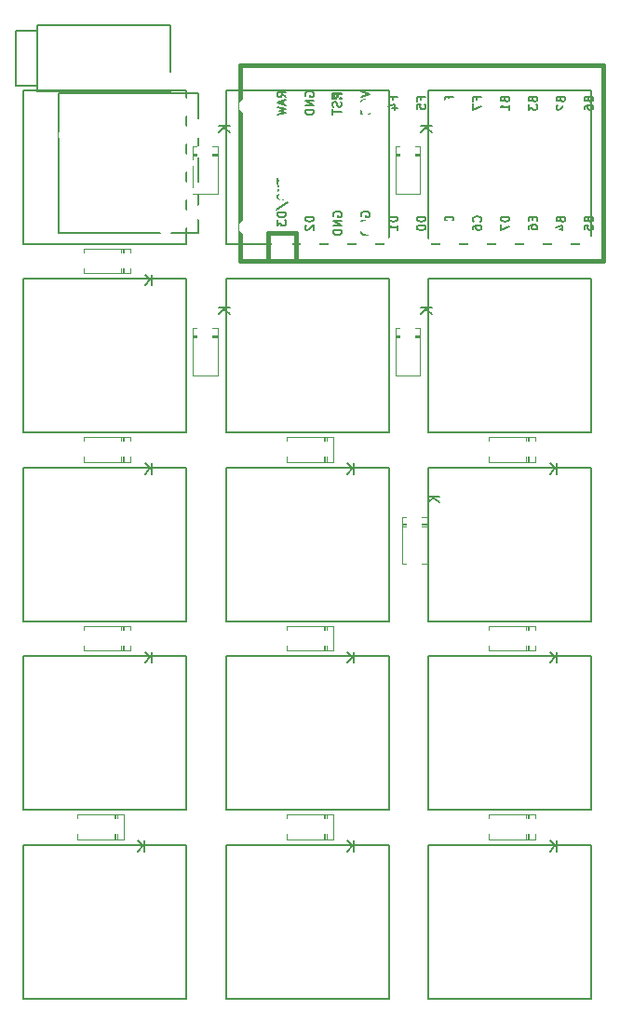
<source format=gbo>
G04 #@! TF.GenerationSoftware,KiCad,Pcbnew,5.1.0*
G04 #@! TF.CreationDate,2019-04-04T12:50:07+09:00*
G04 #@! TF.ProjectId,pg1425-namecard-ver1,70673134-3235-42d6-9e61-6d6563617264,rev?*
G04 #@! TF.SameCoordinates,Original*
G04 #@! TF.FileFunction,Legend,Bot*
G04 #@! TF.FilePolarity,Positive*
%FSLAX46Y46*%
G04 Gerber Fmt 4.6, Leading zero omitted, Abs format (unit mm)*
G04 Created by KiCad (PCBNEW 5.1.0) date 2019-04-04 12:50:07*
%MOMM*%
%LPD*%
G04 APERTURE LIST*
%ADD10C,0.150000*%
%ADD11C,0.120000*%
%ADD12C,0.381000*%
%ADD13C,1.702000*%
%ADD14C,1.402000*%
%ADD15O,5.202000X4.202000*%
%ADD16O,2.102000X4.202000*%
%ADD17O,0.402000X4.202000*%
%ADD18O,5.202000X0.402000*%
%ADD19O,1.702000X1.702000*%
%ADD20O,2.402000X1.602000*%
%ADD21C,1.302000*%
%ADD22R,1.102000X1.402000*%
%ADD23R,1.702000X1.702000*%
%ADD24R,1.402000X1.102000*%
%ADD25C,1.854600*%
%ADD26R,1.854600X1.854600*%
G04 APERTURE END LIST*
D10*
X50159992Y-101339836D02*
X64959992Y-101339836D01*
X64959992Y-87339836D02*
X50159992Y-87339836D01*
X50159992Y-87339836D02*
X50159992Y-101339836D01*
X64959992Y-101339836D02*
X64959992Y-87339836D01*
X31744992Y-101339836D02*
X46544992Y-101339836D01*
X46544992Y-87339836D02*
X31744992Y-87339836D01*
X31744992Y-87339836D02*
X31744992Y-101339836D01*
X46544992Y-101339836D02*
X46544992Y-87339836D01*
X13329992Y-101339836D02*
X28129992Y-101339836D01*
X28129992Y-87339836D02*
X13329992Y-87339836D01*
X13329992Y-87339836D02*
X13329992Y-101339836D01*
X28129992Y-101339836D02*
X28129992Y-87339836D01*
X50159992Y-84194836D02*
X64959992Y-84194836D01*
X64959992Y-70194836D02*
X50159992Y-70194836D01*
X50159992Y-70194836D02*
X50159992Y-84194836D01*
X64959992Y-84194836D02*
X64959992Y-70194836D01*
X31744992Y-84194836D02*
X46544992Y-84194836D01*
X46544992Y-70194836D02*
X31744992Y-70194836D01*
X31744992Y-70194836D02*
X31744992Y-84194836D01*
X46544992Y-84194836D02*
X46544992Y-70194836D01*
X13329992Y-84194836D02*
X28129992Y-84194836D01*
X28129992Y-70194836D02*
X13329992Y-70194836D01*
X13329992Y-70194836D02*
X13329992Y-84194836D01*
X28129992Y-84194836D02*
X28129992Y-70194836D01*
X50159992Y-67049836D02*
X64959992Y-67049836D01*
X64959992Y-53049836D02*
X50159992Y-53049836D01*
X50159992Y-53049836D02*
X50159992Y-67049836D01*
X64959992Y-67049836D02*
X64959992Y-53049836D01*
X31744992Y-67049836D02*
X46544992Y-67049836D01*
X46544992Y-53049836D02*
X31744992Y-53049836D01*
X31744992Y-53049836D02*
X31744992Y-67049836D01*
X46544992Y-67049836D02*
X46544992Y-53049836D01*
X13329992Y-67049836D02*
X28129992Y-67049836D01*
X28129992Y-53049836D02*
X13329992Y-53049836D01*
X13329992Y-53049836D02*
X13329992Y-67049836D01*
X28129992Y-67049836D02*
X28129992Y-53049836D01*
X50159992Y-49904836D02*
X64959992Y-49904836D01*
X64959992Y-35904836D02*
X50159992Y-35904836D01*
X50159992Y-35904836D02*
X50159992Y-49904836D01*
X64959992Y-49904836D02*
X64959992Y-35904836D01*
X31744992Y-49904836D02*
X46544992Y-49904836D01*
X46544992Y-35904836D02*
X31744992Y-35904836D01*
X31744992Y-35904836D02*
X31744992Y-49904836D01*
X46544992Y-49904836D02*
X46544992Y-35904836D01*
X13329992Y-49904836D02*
X28129992Y-49904836D01*
X28129992Y-35904836D02*
X13329992Y-35904836D01*
X13329992Y-35904836D02*
X13329992Y-49904836D01*
X28129992Y-49904836D02*
X28129992Y-35904836D01*
X50159992Y-32759836D02*
X64959992Y-32759836D01*
X64959992Y-18759836D02*
X50159992Y-18759836D01*
X50159992Y-18759836D02*
X50159992Y-32759836D01*
X64959992Y-32759836D02*
X64959992Y-18759836D01*
X31744992Y-32759836D02*
X46544992Y-32759836D01*
X46544992Y-18759836D02*
X31744992Y-18759836D01*
X31744992Y-18759836D02*
X31744992Y-32759836D01*
X46544992Y-32759836D02*
X46544992Y-18759836D01*
X13329992Y-32759836D02*
X28129992Y-32759836D01*
X28129992Y-18759836D02*
X13329992Y-18759836D01*
X13329992Y-18759836D02*
X13329992Y-32759836D01*
X28129992Y-32759836D02*
X28129992Y-18759836D01*
X29210000Y-19050000D02*
X16510000Y-19050000D01*
X29210000Y-31750000D02*
X29210000Y-19050000D01*
X16510000Y-31750000D02*
X29210000Y-31750000D01*
X16510000Y-19050000D02*
X16510000Y-31750000D01*
X26705000Y-12875000D02*
X14605000Y-12875000D01*
X26705000Y-18875000D02*
X26705000Y-12875000D01*
X14605000Y-18875000D02*
X26705000Y-18875000D01*
X14605000Y-12875000D02*
X14605000Y-18875000D01*
X14605000Y-13375000D02*
X12605000Y-13375000D01*
X12605000Y-13375000D02*
X12605000Y-18375000D01*
X12605000Y-18375000D02*
X14605000Y-18375000D01*
D11*
X59305000Y-84605300D02*
X59305000Y-86845300D01*
X59905000Y-84605300D02*
X59905000Y-86845300D01*
X59185000Y-84605300D02*
X59185000Y-86845300D01*
X59065000Y-84605300D02*
X59065000Y-86845300D01*
X59905000Y-86845300D02*
X55665000Y-86845300D01*
X55665000Y-84605300D02*
X59905000Y-84605300D01*
X55665000Y-86845300D02*
X55665000Y-84605300D01*
X40890000Y-84605300D02*
X40890000Y-86845300D01*
X41490000Y-84605300D02*
X41490000Y-86845300D01*
X40770000Y-84605300D02*
X40770000Y-86845300D01*
X40650000Y-84605300D02*
X40650000Y-86845300D01*
X41490000Y-86845300D02*
X37250000Y-86845300D01*
X37250000Y-84605300D02*
X41490000Y-84605300D01*
X37250000Y-86845300D02*
X37250000Y-84605300D01*
X21840000Y-84605300D02*
X21840000Y-86845300D01*
X22440000Y-84605300D02*
X22440000Y-86845300D01*
X21720000Y-84605300D02*
X21720000Y-86845300D01*
X21600000Y-84605300D02*
X21600000Y-86845300D01*
X22440000Y-86845300D02*
X18200000Y-86845300D01*
X18200000Y-84605300D02*
X22440000Y-84605300D01*
X18200000Y-86845300D02*
X18200000Y-84605300D01*
X59305000Y-67460300D02*
X59305000Y-69700300D01*
X59905000Y-67460300D02*
X59905000Y-69700300D01*
X59185000Y-67460300D02*
X59185000Y-69700300D01*
X59065000Y-67460300D02*
X59065000Y-69700300D01*
X59905000Y-69700300D02*
X55665000Y-69700300D01*
X55665000Y-67460300D02*
X59905000Y-67460300D01*
X55665000Y-69700300D02*
X55665000Y-67460300D01*
X40890000Y-67460300D02*
X40890000Y-69700300D01*
X41490000Y-67460300D02*
X41490000Y-69700300D01*
X40770000Y-67460300D02*
X40770000Y-69700300D01*
X40650000Y-67460300D02*
X40650000Y-69700300D01*
X41490000Y-69700300D02*
X37250000Y-69700300D01*
X37250000Y-67460300D02*
X41490000Y-67460300D01*
X37250000Y-69700300D02*
X37250000Y-67460300D01*
X22475000Y-67460300D02*
X22475000Y-69700300D01*
X23075000Y-67460300D02*
X23075000Y-69700300D01*
X22355000Y-67460300D02*
X22355000Y-69700300D01*
X22235000Y-67460300D02*
X22235000Y-69700300D01*
X23075000Y-69700300D02*
X18835000Y-69700300D01*
X18835000Y-67460300D02*
X23075000Y-67460300D01*
X18835000Y-69700300D02*
X18835000Y-67460300D01*
X47775300Y-58170000D02*
X50015300Y-58170000D01*
X47775300Y-57570000D02*
X50015300Y-57570000D01*
X47775300Y-58290000D02*
X50015300Y-58290000D01*
X47775300Y-58410000D02*
X50015300Y-58410000D01*
X50015300Y-57570000D02*
X50015300Y-61810000D01*
X47775300Y-61810000D02*
X47775300Y-57570000D01*
X50015300Y-61810000D02*
X47775300Y-61810000D01*
X40890000Y-50315300D02*
X40890000Y-52555300D01*
X41490000Y-50315300D02*
X41490000Y-52555300D01*
X40770000Y-50315300D02*
X40770000Y-52555300D01*
X40650000Y-50315300D02*
X40650000Y-52555300D01*
X41490000Y-52555300D02*
X37250000Y-52555300D01*
X37250000Y-50315300D02*
X41490000Y-50315300D01*
X37250000Y-52555300D02*
X37250000Y-50315300D01*
X22475000Y-50315300D02*
X22475000Y-52555300D01*
X23075000Y-50315300D02*
X23075000Y-52555300D01*
X22355000Y-50315300D02*
X22355000Y-52555300D01*
X22235000Y-50315300D02*
X22235000Y-52555300D01*
X23075000Y-52555300D02*
X18835000Y-52555300D01*
X18835000Y-50315300D02*
X23075000Y-50315300D01*
X18835000Y-52555300D02*
X18835000Y-50315300D01*
X59305000Y-50315300D02*
X59305000Y-52555300D01*
X59905000Y-50315300D02*
X59905000Y-52555300D01*
X59185000Y-50315300D02*
X59185000Y-52555300D01*
X59065000Y-50315300D02*
X59065000Y-52555300D01*
X59905000Y-52555300D02*
X55665000Y-52555300D01*
X55665000Y-50315300D02*
X59905000Y-50315300D01*
X55665000Y-52555300D02*
X55665000Y-50315300D01*
X47140300Y-41025000D02*
X49380300Y-41025000D01*
X47140300Y-40425000D02*
X49380300Y-40425000D01*
X47140300Y-41145000D02*
X49380300Y-41145000D01*
X47140300Y-41265000D02*
X49380300Y-41265000D01*
X49380300Y-40425000D02*
X49380300Y-44665000D01*
X47140300Y-44665000D02*
X47140300Y-40425000D01*
X49380300Y-44665000D02*
X47140300Y-44665000D01*
X28725300Y-41025000D02*
X30965300Y-41025000D01*
X28725300Y-40425000D02*
X30965300Y-40425000D01*
X28725300Y-41145000D02*
X30965300Y-41145000D01*
X28725300Y-41265000D02*
X30965300Y-41265000D01*
X30965300Y-40425000D02*
X30965300Y-44665000D01*
X28725300Y-44665000D02*
X28725300Y-40425000D01*
X30965300Y-44665000D02*
X28725300Y-44665000D01*
X47140300Y-24515000D02*
X49380300Y-24515000D01*
X47140300Y-23915000D02*
X49380300Y-23915000D01*
X47140300Y-24635000D02*
X49380300Y-24635000D01*
X47140300Y-24755000D02*
X49380300Y-24755000D01*
X49380300Y-23915000D02*
X49380300Y-28155000D01*
X47140300Y-28155000D02*
X47140300Y-23915000D01*
X49380300Y-28155000D02*
X47140300Y-28155000D01*
X28725300Y-24515000D02*
X30965300Y-24515000D01*
X28725300Y-23915000D02*
X30965300Y-23915000D01*
X28725300Y-24635000D02*
X30965300Y-24635000D01*
X28725300Y-24755000D02*
X30965300Y-24755000D01*
X30965300Y-23915000D02*
X30965300Y-28155000D01*
X28725300Y-28155000D02*
X28725300Y-23915000D01*
X30965300Y-28155000D02*
X28725300Y-28155000D01*
X22475000Y-33170300D02*
X22475000Y-35410300D01*
X23075000Y-33170300D02*
X23075000Y-35410300D01*
X22355000Y-33170300D02*
X22355000Y-35410300D01*
X22235000Y-33170300D02*
X22235000Y-35410300D01*
X23075000Y-35410300D02*
X18835000Y-35410300D01*
X18835000Y-33170300D02*
X23075000Y-33170300D01*
X18835000Y-35410300D02*
X18835000Y-33170300D01*
D12*
X35560000Y-31750000D02*
X35560000Y-34290000D01*
X33020000Y-16510000D02*
X33020000Y-34290000D01*
X33020000Y-34290000D02*
X66040000Y-34290000D01*
X66040000Y-34290000D02*
X66040000Y-16510000D01*
X66040000Y-16510000D02*
X33020000Y-16510000D01*
D10*
G36*
X41449030Y-19555365D02*
G01*
X41549030Y-19555365D01*
X41549030Y-19055365D01*
X41449030Y-19055365D01*
X41449030Y-19555365D01*
G37*
X41449030Y-19555365D02*
X41549030Y-19555365D01*
X41549030Y-19055365D01*
X41449030Y-19055365D01*
X41449030Y-19555365D01*
G36*
X41449030Y-19555365D02*
G01*
X41749030Y-19555365D01*
X41749030Y-19455365D01*
X41449030Y-19455365D01*
X41449030Y-19555365D01*
G37*
X41449030Y-19555365D02*
X41749030Y-19555365D01*
X41749030Y-19455365D01*
X41449030Y-19455365D01*
X41449030Y-19555365D01*
G36*
X42049030Y-19555365D02*
G01*
X42249030Y-19555365D01*
X42249030Y-19455365D01*
X42049030Y-19455365D01*
X42049030Y-19555365D01*
G37*
X42049030Y-19555365D02*
X42249030Y-19555365D01*
X42249030Y-19455365D01*
X42049030Y-19455365D01*
X42049030Y-19555365D01*
G36*
X41449030Y-19155365D02*
G01*
X42249030Y-19155365D01*
X42249030Y-19055365D01*
X41449030Y-19055365D01*
X41449030Y-19155365D01*
G37*
X41449030Y-19155365D02*
X42249030Y-19155365D01*
X42249030Y-19055365D01*
X41449030Y-19055365D01*
X41449030Y-19155365D01*
G36*
X41849030Y-19355365D02*
G01*
X41949030Y-19355365D01*
X41949030Y-19255365D01*
X41849030Y-19255365D01*
X41849030Y-19355365D01*
G37*
X41849030Y-19355365D02*
X41949030Y-19355365D01*
X41949030Y-19255365D01*
X41849030Y-19255365D01*
X41849030Y-19355365D01*
D12*
X35560000Y-31750000D02*
X38100000Y-31750000D01*
X38100000Y-31750000D02*
X38100000Y-34290000D01*
D10*
X61793404Y-87955380D02*
X61793404Y-86955380D01*
X61221976Y-87955380D02*
X61650547Y-87383952D01*
X61221976Y-86955380D02*
X61793404Y-87526809D01*
X43378404Y-87955380D02*
X43378404Y-86955380D01*
X42806976Y-87955380D02*
X43235547Y-87383952D01*
X42806976Y-86955380D02*
X43378404Y-87526809D01*
X24328404Y-87955380D02*
X24328404Y-86955380D01*
X23756976Y-87955380D02*
X24185547Y-87383952D01*
X23756976Y-86955380D02*
X24328404Y-87526809D01*
X61793404Y-70810380D02*
X61793404Y-69810380D01*
X61221976Y-70810380D02*
X61650547Y-70238952D01*
X61221976Y-69810380D02*
X61793404Y-70381809D01*
X43378404Y-70810380D02*
X43378404Y-69810380D01*
X42806976Y-70810380D02*
X43235547Y-70238952D01*
X42806976Y-69810380D02*
X43378404Y-70381809D01*
X24963404Y-70810380D02*
X24963404Y-69810380D01*
X24391976Y-70810380D02*
X24820547Y-70238952D01*
X24391976Y-69810380D02*
X24963404Y-70381809D01*
X51125380Y-55681595D02*
X50125380Y-55681595D01*
X51125380Y-56253023D02*
X50553952Y-55824452D01*
X50125380Y-56253023D02*
X50696809Y-55681595D01*
X43378404Y-53665380D02*
X43378404Y-52665380D01*
X42806976Y-53665380D02*
X43235547Y-53093952D01*
X42806976Y-52665380D02*
X43378404Y-53236809D01*
X24963404Y-53665380D02*
X24963404Y-52665380D01*
X24391976Y-53665380D02*
X24820547Y-53093952D01*
X24391976Y-52665380D02*
X24963404Y-53236809D01*
X61793404Y-53665380D02*
X61793404Y-52665380D01*
X61221976Y-53665380D02*
X61650547Y-53093952D01*
X61221976Y-52665380D02*
X61793404Y-53236809D01*
X50490380Y-38536595D02*
X49490380Y-38536595D01*
X50490380Y-39108023D02*
X49918952Y-38679452D01*
X49490380Y-39108023D02*
X50061809Y-38536595D01*
X32075380Y-38536595D02*
X31075380Y-38536595D01*
X32075380Y-39108023D02*
X31503952Y-38679452D01*
X31075380Y-39108023D02*
X31646809Y-38536595D01*
X50490380Y-22026595D02*
X49490380Y-22026595D01*
X50490380Y-22598023D02*
X49918952Y-22169452D01*
X49490380Y-22598023D02*
X50061809Y-22026595D01*
X32075380Y-22026595D02*
X31075380Y-22026595D01*
X32075380Y-22598023D02*
X31503952Y-22169452D01*
X31075380Y-22598023D02*
X31646809Y-22026595D01*
X24963404Y-36520380D02*
X24963404Y-35520380D01*
X24391976Y-36520380D02*
X24820547Y-35948952D01*
X24391976Y-35520380D02*
X24963404Y-36091809D01*
X42213809Y-19826666D02*
X42251904Y-19940952D01*
X42251904Y-20131428D01*
X42213809Y-20207619D01*
X42175714Y-20245714D01*
X42099523Y-20283809D01*
X42023333Y-20283809D01*
X41947142Y-20245714D01*
X41909047Y-20207619D01*
X41870952Y-20131428D01*
X41832857Y-19979047D01*
X41794761Y-19902857D01*
X41756666Y-19864761D01*
X41680476Y-19826666D01*
X41604285Y-19826666D01*
X41528095Y-19864761D01*
X41490000Y-19902857D01*
X41451904Y-19979047D01*
X41451904Y-20169523D01*
X41490000Y-20283809D01*
X41451904Y-20512380D02*
X41451904Y-20969523D01*
X42251904Y-20740952D02*
X41451904Y-20740952D01*
X36391904Y-26781395D02*
X36391904Y-27238538D01*
X37191904Y-27009967D02*
X36391904Y-27009967D01*
X36391904Y-27429014D02*
X37191904Y-27962348D01*
X36391904Y-27962348D02*
X37191904Y-27429014D01*
X36391904Y-28419491D02*
X36391904Y-28495681D01*
X36430000Y-28571872D01*
X36468095Y-28609967D01*
X36544285Y-28648062D01*
X36696666Y-28686157D01*
X36887142Y-28686157D01*
X37039523Y-28648062D01*
X37115714Y-28609967D01*
X37153809Y-28571872D01*
X37191904Y-28495681D01*
X37191904Y-28419491D01*
X37153809Y-28343300D01*
X37115714Y-28305205D01*
X37039523Y-28267110D01*
X36887142Y-28229014D01*
X36696666Y-28229014D01*
X36544285Y-28267110D01*
X36468095Y-28305205D01*
X36430000Y-28343300D01*
X36391904Y-28419491D01*
X36353809Y-29600443D02*
X37382380Y-28914729D01*
X37191904Y-29867110D02*
X36391904Y-29867110D01*
X36391904Y-30057586D01*
X36430000Y-30171872D01*
X36506190Y-30248062D01*
X36582380Y-30286157D01*
X36734761Y-30324252D01*
X36849047Y-30324252D01*
X37001428Y-30286157D01*
X37077619Y-30248062D01*
X37153809Y-30171872D01*
X37191904Y-30057586D01*
X37191904Y-29867110D01*
X36391904Y-30590919D02*
X36391904Y-31086157D01*
X36696666Y-30819491D01*
X36696666Y-30933776D01*
X36734761Y-31009967D01*
X36772857Y-31048062D01*
X36849047Y-31086157D01*
X37039523Y-31086157D01*
X37115714Y-31048062D01*
X37153809Y-31009967D01*
X37191904Y-30933776D01*
X37191904Y-30705205D01*
X37153809Y-30629014D01*
X37115714Y-30590919D01*
X62172857Y-19615190D02*
X62210952Y-19729476D01*
X62249047Y-19767571D01*
X62325238Y-19805666D01*
X62439523Y-19805666D01*
X62515714Y-19767571D01*
X62553809Y-19729476D01*
X62591904Y-19653285D01*
X62591904Y-19348523D01*
X61791904Y-19348523D01*
X61791904Y-19615190D01*
X61830000Y-19691380D01*
X61868095Y-19729476D01*
X61944285Y-19767571D01*
X62020476Y-19767571D01*
X62096666Y-19729476D01*
X62134761Y-19691380D01*
X62172857Y-19615190D01*
X62172857Y-19348523D01*
X61868095Y-20110428D02*
X61830000Y-20148523D01*
X61791904Y-20224714D01*
X61791904Y-20415190D01*
X61830000Y-20491380D01*
X61868095Y-20529476D01*
X61944285Y-20567571D01*
X62020476Y-20567571D01*
X62134761Y-20529476D01*
X62591904Y-20072333D01*
X62591904Y-20567571D01*
X54552857Y-19672333D02*
X54552857Y-19405666D01*
X54971904Y-19405666D02*
X54171904Y-19405666D01*
X54171904Y-19786619D01*
X54171904Y-20015190D02*
X54171904Y-20548523D01*
X54971904Y-20205666D01*
X52012857Y-19672333D02*
X52012857Y-19405666D01*
X52431904Y-19405666D02*
X51631904Y-19405666D01*
X51631904Y-19786619D01*
X51631904Y-20434238D02*
X51631904Y-20281857D01*
X51670000Y-20205666D01*
X51708095Y-20167571D01*
X51822380Y-20091380D01*
X51974761Y-20053285D01*
X52279523Y-20053285D01*
X52355714Y-20091380D01*
X52393809Y-20129476D01*
X52431904Y-20205666D01*
X52431904Y-20358047D01*
X52393809Y-20434238D01*
X52355714Y-20472333D01*
X52279523Y-20510428D01*
X52089047Y-20510428D01*
X52012857Y-20472333D01*
X51974761Y-20434238D01*
X51936666Y-20358047D01*
X51936666Y-20205666D01*
X51974761Y-20129476D01*
X52012857Y-20091380D01*
X52089047Y-20053285D01*
X49472857Y-19672333D02*
X49472857Y-19405666D01*
X49891904Y-19405666D02*
X49091904Y-19405666D01*
X49091904Y-19786619D01*
X49091904Y-20472333D02*
X49091904Y-20091380D01*
X49472857Y-20053285D01*
X49434761Y-20091380D01*
X49396666Y-20167571D01*
X49396666Y-20358047D01*
X49434761Y-20434238D01*
X49472857Y-20472333D01*
X49549047Y-20510428D01*
X49739523Y-20510428D01*
X49815714Y-20472333D01*
X49853809Y-20434238D01*
X49891904Y-20358047D01*
X49891904Y-20167571D01*
X49853809Y-20091380D01*
X49815714Y-20053285D01*
X37191904Y-19386619D02*
X36810952Y-19119952D01*
X37191904Y-18929476D02*
X36391904Y-18929476D01*
X36391904Y-19234238D01*
X36430000Y-19310428D01*
X36468095Y-19348523D01*
X36544285Y-19386619D01*
X36658571Y-19386619D01*
X36734761Y-19348523D01*
X36772857Y-19310428D01*
X36810952Y-19234238D01*
X36810952Y-18929476D01*
X36963333Y-19691380D02*
X36963333Y-20072333D01*
X37191904Y-19615190D02*
X36391904Y-19881857D01*
X37191904Y-20148523D01*
X36391904Y-20339000D02*
X37191904Y-20529476D01*
X36620476Y-20681857D01*
X37191904Y-20834238D01*
X36391904Y-21024714D01*
X38970000Y-19329476D02*
X38931904Y-19253285D01*
X38931904Y-19139000D01*
X38970000Y-19024714D01*
X39046190Y-18948523D01*
X39122380Y-18910428D01*
X39274761Y-18872333D01*
X39389047Y-18872333D01*
X39541428Y-18910428D01*
X39617619Y-18948523D01*
X39693809Y-19024714D01*
X39731904Y-19139000D01*
X39731904Y-19215190D01*
X39693809Y-19329476D01*
X39655714Y-19367571D01*
X39389047Y-19367571D01*
X39389047Y-19215190D01*
X39731904Y-19710428D02*
X38931904Y-19710428D01*
X39731904Y-20167571D01*
X38931904Y-20167571D01*
X39731904Y-20548523D02*
X38931904Y-20548523D01*
X38931904Y-20739000D01*
X38970000Y-20853285D01*
X39046190Y-20929476D01*
X39122380Y-20967571D01*
X39274761Y-21005666D01*
X39389047Y-21005666D01*
X39541428Y-20967571D01*
X39617619Y-20929476D01*
X39693809Y-20853285D01*
X39731904Y-20739000D01*
X39731904Y-20548523D01*
X44011904Y-18872333D02*
X44811904Y-19139000D01*
X44011904Y-19405666D01*
X44735714Y-20129476D02*
X44773809Y-20091380D01*
X44811904Y-19977095D01*
X44811904Y-19900904D01*
X44773809Y-19786619D01*
X44697619Y-19710428D01*
X44621428Y-19672333D01*
X44469047Y-19634238D01*
X44354761Y-19634238D01*
X44202380Y-19672333D01*
X44126190Y-19710428D01*
X44050000Y-19786619D01*
X44011904Y-19900904D01*
X44011904Y-19977095D01*
X44050000Y-20091380D01*
X44088095Y-20129476D01*
X44735714Y-20929476D02*
X44773809Y-20891380D01*
X44811904Y-20777095D01*
X44811904Y-20700904D01*
X44773809Y-20586619D01*
X44697619Y-20510428D01*
X44621428Y-20472333D01*
X44469047Y-20434238D01*
X44354761Y-20434238D01*
X44202380Y-20472333D01*
X44126190Y-20510428D01*
X44050000Y-20586619D01*
X44011904Y-20700904D01*
X44011904Y-20777095D01*
X44050000Y-20891380D01*
X44088095Y-20929476D01*
X46932857Y-19672333D02*
X46932857Y-19405666D01*
X47351904Y-19405666D02*
X46551904Y-19405666D01*
X46551904Y-19786619D01*
X46818571Y-20434238D02*
X47351904Y-20434238D01*
X46513809Y-20243761D02*
X47085238Y-20053285D01*
X47085238Y-20548523D01*
X57092857Y-19615190D02*
X57130952Y-19729476D01*
X57169047Y-19767571D01*
X57245238Y-19805666D01*
X57359523Y-19805666D01*
X57435714Y-19767571D01*
X57473809Y-19729476D01*
X57511904Y-19653285D01*
X57511904Y-19348523D01*
X56711904Y-19348523D01*
X56711904Y-19615190D01*
X56750000Y-19691380D01*
X56788095Y-19729476D01*
X56864285Y-19767571D01*
X56940476Y-19767571D01*
X57016666Y-19729476D01*
X57054761Y-19691380D01*
X57092857Y-19615190D01*
X57092857Y-19348523D01*
X57511904Y-20567571D02*
X57511904Y-20110428D01*
X57511904Y-20339000D02*
X56711904Y-20339000D01*
X56826190Y-20262809D01*
X56902380Y-20186619D01*
X56940476Y-20110428D01*
X59632857Y-19615190D02*
X59670952Y-19729476D01*
X59709047Y-19767571D01*
X59785238Y-19805666D01*
X59899523Y-19805666D01*
X59975714Y-19767571D01*
X60013809Y-19729476D01*
X60051904Y-19653285D01*
X60051904Y-19348523D01*
X59251904Y-19348523D01*
X59251904Y-19615190D01*
X59290000Y-19691380D01*
X59328095Y-19729476D01*
X59404285Y-19767571D01*
X59480476Y-19767571D01*
X59556666Y-19729476D01*
X59594761Y-19691380D01*
X59632857Y-19615190D01*
X59632857Y-19348523D01*
X59251904Y-20072333D02*
X59251904Y-20567571D01*
X59556666Y-20300904D01*
X59556666Y-20415190D01*
X59594761Y-20491380D01*
X59632857Y-20529476D01*
X59709047Y-20567571D01*
X59899523Y-20567571D01*
X59975714Y-20529476D01*
X60013809Y-20491380D01*
X60051904Y-20415190D01*
X60051904Y-20186619D01*
X60013809Y-20110428D01*
X59975714Y-20072333D01*
X64712857Y-19615190D02*
X64750952Y-19729476D01*
X64789047Y-19767571D01*
X64865238Y-19805666D01*
X64979523Y-19805666D01*
X65055714Y-19767571D01*
X65093809Y-19729476D01*
X65131904Y-19653285D01*
X65131904Y-19348523D01*
X64331904Y-19348523D01*
X64331904Y-19615190D01*
X64370000Y-19691380D01*
X64408095Y-19729476D01*
X64484285Y-19767571D01*
X64560476Y-19767571D01*
X64636666Y-19729476D01*
X64674761Y-19691380D01*
X64712857Y-19615190D01*
X64712857Y-19348523D01*
X64331904Y-20491380D02*
X64331904Y-20339000D01*
X64370000Y-20262809D01*
X64408095Y-20224714D01*
X64522380Y-20148523D01*
X64674761Y-20110428D01*
X64979523Y-20110428D01*
X65055714Y-20148523D01*
X65093809Y-20186619D01*
X65131904Y-20262809D01*
X65131904Y-20415190D01*
X65093809Y-20491380D01*
X65055714Y-20529476D01*
X64979523Y-20567571D01*
X64789047Y-20567571D01*
X64712857Y-20529476D01*
X64674761Y-20491380D01*
X64636666Y-20415190D01*
X64636666Y-20262809D01*
X64674761Y-20186619D01*
X64712857Y-20148523D01*
X64789047Y-20110428D01*
X64712857Y-30537190D02*
X64750952Y-30651476D01*
X64789047Y-30689571D01*
X64865238Y-30727666D01*
X64979523Y-30727666D01*
X65055714Y-30689571D01*
X65093809Y-30651476D01*
X65131904Y-30575285D01*
X65131904Y-30270523D01*
X64331904Y-30270523D01*
X64331904Y-30537190D01*
X64370000Y-30613380D01*
X64408095Y-30651476D01*
X64484285Y-30689571D01*
X64560476Y-30689571D01*
X64636666Y-30651476D01*
X64674761Y-30613380D01*
X64712857Y-30537190D01*
X64712857Y-30270523D01*
X64331904Y-31451476D02*
X64331904Y-31070523D01*
X64712857Y-31032428D01*
X64674761Y-31070523D01*
X64636666Y-31146714D01*
X64636666Y-31337190D01*
X64674761Y-31413380D01*
X64712857Y-31451476D01*
X64789047Y-31489571D01*
X64979523Y-31489571D01*
X65055714Y-31451476D01*
X65093809Y-31413380D01*
X65131904Y-31337190D01*
X65131904Y-31146714D01*
X65093809Y-31070523D01*
X65055714Y-31032428D01*
X62172857Y-30537190D02*
X62210952Y-30651476D01*
X62249047Y-30689571D01*
X62325238Y-30727666D01*
X62439523Y-30727666D01*
X62515714Y-30689571D01*
X62553809Y-30651476D01*
X62591904Y-30575285D01*
X62591904Y-30270523D01*
X61791904Y-30270523D01*
X61791904Y-30537190D01*
X61830000Y-30613380D01*
X61868095Y-30651476D01*
X61944285Y-30689571D01*
X62020476Y-30689571D01*
X62096666Y-30651476D01*
X62134761Y-30613380D01*
X62172857Y-30537190D01*
X62172857Y-30270523D01*
X62058571Y-31413380D02*
X62591904Y-31413380D01*
X61753809Y-31222904D02*
X62325238Y-31032428D01*
X62325238Y-31527666D01*
X59632857Y-30308619D02*
X59632857Y-30575285D01*
X60051904Y-30689571D02*
X60051904Y-30308619D01*
X59251904Y-30308619D01*
X59251904Y-30689571D01*
X59251904Y-31375285D02*
X59251904Y-31222904D01*
X59290000Y-31146714D01*
X59328095Y-31108619D01*
X59442380Y-31032428D01*
X59594761Y-30994333D01*
X59899523Y-30994333D01*
X59975714Y-31032428D01*
X60013809Y-31070523D01*
X60051904Y-31146714D01*
X60051904Y-31299095D01*
X60013809Y-31375285D01*
X59975714Y-31413380D01*
X59899523Y-31451476D01*
X59709047Y-31451476D01*
X59632857Y-31413380D01*
X59594761Y-31375285D01*
X59556666Y-31299095D01*
X59556666Y-31146714D01*
X59594761Y-31070523D01*
X59632857Y-31032428D01*
X59709047Y-30994333D01*
X57511904Y-30270523D02*
X56711904Y-30270523D01*
X56711904Y-30461000D01*
X56750000Y-30575285D01*
X56826190Y-30651476D01*
X56902380Y-30689571D01*
X57054761Y-30727666D01*
X57169047Y-30727666D01*
X57321428Y-30689571D01*
X57397619Y-30651476D01*
X57473809Y-30575285D01*
X57511904Y-30461000D01*
X57511904Y-30270523D01*
X56711904Y-30994333D02*
X56711904Y-31527666D01*
X57511904Y-31184809D01*
X54895714Y-30727666D02*
X54933809Y-30689571D01*
X54971904Y-30575285D01*
X54971904Y-30499095D01*
X54933809Y-30384809D01*
X54857619Y-30308619D01*
X54781428Y-30270523D01*
X54629047Y-30232428D01*
X54514761Y-30232428D01*
X54362380Y-30270523D01*
X54286190Y-30308619D01*
X54210000Y-30384809D01*
X54171904Y-30499095D01*
X54171904Y-30575285D01*
X54210000Y-30689571D01*
X54248095Y-30727666D01*
X54171904Y-31413380D02*
X54171904Y-31261000D01*
X54210000Y-31184809D01*
X54248095Y-31146714D01*
X54362380Y-31070523D01*
X54514761Y-31032428D01*
X54819523Y-31032428D01*
X54895714Y-31070523D01*
X54933809Y-31108619D01*
X54971904Y-31184809D01*
X54971904Y-31337190D01*
X54933809Y-31413380D01*
X54895714Y-31451476D01*
X54819523Y-31489571D01*
X54629047Y-31489571D01*
X54552857Y-31451476D01*
X54514761Y-31413380D01*
X54476666Y-31337190D01*
X54476666Y-31184809D01*
X54514761Y-31108619D01*
X54552857Y-31070523D01*
X54629047Y-31032428D01*
X52431904Y-30270523D02*
X51631904Y-30270523D01*
X51631904Y-30461000D01*
X51670000Y-30575285D01*
X51746190Y-30651476D01*
X51822380Y-30689571D01*
X51974761Y-30727666D01*
X52089047Y-30727666D01*
X52241428Y-30689571D01*
X52317619Y-30651476D01*
X52393809Y-30575285D01*
X52431904Y-30461000D01*
X52431904Y-30270523D01*
X51898571Y-31413380D02*
X52431904Y-31413380D01*
X51593809Y-31222904D02*
X52165238Y-31032428D01*
X52165238Y-31527666D01*
X41510000Y-30251476D02*
X41471904Y-30175285D01*
X41471904Y-30061000D01*
X41510000Y-29946714D01*
X41586190Y-29870523D01*
X41662380Y-29832428D01*
X41814761Y-29794333D01*
X41929047Y-29794333D01*
X42081428Y-29832428D01*
X42157619Y-29870523D01*
X42233809Y-29946714D01*
X42271904Y-30061000D01*
X42271904Y-30137190D01*
X42233809Y-30251476D01*
X42195714Y-30289571D01*
X41929047Y-30289571D01*
X41929047Y-30137190D01*
X42271904Y-30632428D02*
X41471904Y-30632428D01*
X42271904Y-31089571D01*
X41471904Y-31089571D01*
X42271904Y-31470523D02*
X41471904Y-31470523D01*
X41471904Y-31661000D01*
X41510000Y-31775285D01*
X41586190Y-31851476D01*
X41662380Y-31889571D01*
X41814761Y-31927666D01*
X41929047Y-31927666D01*
X42081428Y-31889571D01*
X42157619Y-31851476D01*
X42233809Y-31775285D01*
X42271904Y-31661000D01*
X42271904Y-31470523D01*
X44050000Y-30251476D02*
X44011904Y-30175285D01*
X44011904Y-30061000D01*
X44050000Y-29946714D01*
X44126190Y-29870523D01*
X44202380Y-29832428D01*
X44354761Y-29794333D01*
X44469047Y-29794333D01*
X44621428Y-29832428D01*
X44697619Y-29870523D01*
X44773809Y-29946714D01*
X44811904Y-30061000D01*
X44811904Y-30137190D01*
X44773809Y-30251476D01*
X44735714Y-30289571D01*
X44469047Y-30289571D01*
X44469047Y-30137190D01*
X44811904Y-30632428D02*
X44011904Y-30632428D01*
X44811904Y-31089571D01*
X44011904Y-31089571D01*
X44811904Y-31470523D02*
X44011904Y-31470523D01*
X44011904Y-31661000D01*
X44050000Y-31775285D01*
X44126190Y-31851476D01*
X44202380Y-31889571D01*
X44354761Y-31927666D01*
X44469047Y-31927666D01*
X44621428Y-31889571D01*
X44697619Y-31851476D01*
X44773809Y-31775285D01*
X44811904Y-31661000D01*
X44811904Y-31470523D01*
X47351904Y-30270523D02*
X46551904Y-30270523D01*
X46551904Y-30461000D01*
X46590000Y-30575285D01*
X46666190Y-30651476D01*
X46742380Y-30689571D01*
X46894761Y-30727666D01*
X47009047Y-30727666D01*
X47161428Y-30689571D01*
X47237619Y-30651476D01*
X47313809Y-30575285D01*
X47351904Y-30461000D01*
X47351904Y-30270523D01*
X47351904Y-31489571D02*
X47351904Y-31032428D01*
X47351904Y-31261000D02*
X46551904Y-31261000D01*
X46666190Y-31184809D01*
X46742380Y-31108619D01*
X46780476Y-31032428D01*
X49891904Y-30270523D02*
X49091904Y-30270523D01*
X49091904Y-30461000D01*
X49130000Y-30575285D01*
X49206190Y-30651476D01*
X49282380Y-30689571D01*
X49434761Y-30727666D01*
X49549047Y-30727666D01*
X49701428Y-30689571D01*
X49777619Y-30651476D01*
X49853809Y-30575285D01*
X49891904Y-30461000D01*
X49891904Y-30270523D01*
X49091904Y-31222904D02*
X49091904Y-31299095D01*
X49130000Y-31375285D01*
X49168095Y-31413380D01*
X49244285Y-31451476D01*
X49396666Y-31489571D01*
X49587142Y-31489571D01*
X49739523Y-31451476D01*
X49815714Y-31413380D01*
X49853809Y-31375285D01*
X49891904Y-31299095D01*
X49891904Y-31222904D01*
X49853809Y-31146714D01*
X49815714Y-31108619D01*
X49739523Y-31070523D01*
X49587142Y-31032428D01*
X49396666Y-31032428D01*
X49244285Y-31070523D01*
X49168095Y-31108619D01*
X49130000Y-31146714D01*
X49091904Y-31222904D01*
X39731904Y-30270523D02*
X38931904Y-30270523D01*
X38931904Y-30461000D01*
X38970000Y-30575285D01*
X39046190Y-30651476D01*
X39122380Y-30689571D01*
X39274761Y-30727666D01*
X39389047Y-30727666D01*
X39541428Y-30689571D01*
X39617619Y-30651476D01*
X39693809Y-30575285D01*
X39731904Y-30461000D01*
X39731904Y-30270523D01*
X39008095Y-31032428D02*
X38970000Y-31070523D01*
X38931904Y-31146714D01*
X38931904Y-31337190D01*
X38970000Y-31413380D01*
X39008095Y-31451476D01*
X39084285Y-31489571D01*
X39160476Y-31489571D01*
X39274761Y-31451476D01*
X39731904Y-30994333D01*
X39731904Y-31489571D01*
%LPC*%
D13*
X54159992Y-91439836D03*
D14*
X52059992Y-88839836D03*
X63059992Y-99839836D03*
X54159992Y-96339836D03*
X52060000Y-99840000D03*
X63060000Y-88840000D03*
X60960000Y-96340000D03*
D13*
X60960000Y-91440000D03*
D15*
X57560000Y-95240000D03*
D16*
X59110000Y-95240000D03*
X56010000Y-95240000D03*
D17*
X59960000Y-95240000D03*
X55160000Y-95240000D03*
D18*
X57560000Y-97140000D03*
X57560000Y-93340000D03*
D13*
X35744992Y-91439836D03*
D14*
X33644992Y-88839836D03*
X44644992Y-99839836D03*
X35744992Y-96339836D03*
X33645000Y-99840000D03*
X44645000Y-88840000D03*
X42545000Y-96340000D03*
D13*
X42545000Y-91440000D03*
D15*
X39145000Y-95240000D03*
D16*
X40695000Y-95240000D03*
X37595000Y-95240000D03*
D17*
X41545000Y-95240000D03*
X36745000Y-95240000D03*
D18*
X39145000Y-97140000D03*
X39145000Y-93340000D03*
D13*
X17329992Y-91439836D03*
D14*
X15229992Y-88839836D03*
X26229992Y-99839836D03*
X17329992Y-96339836D03*
X15230000Y-99840000D03*
X26230000Y-88840000D03*
X24130000Y-96340000D03*
D13*
X24130000Y-91440000D03*
D15*
X20730000Y-95240000D03*
D16*
X22280000Y-95240000D03*
X19180000Y-95240000D03*
D17*
X23130000Y-95240000D03*
X18330000Y-95240000D03*
D18*
X20730000Y-97140000D03*
X20730000Y-93340000D03*
D13*
X54159992Y-74294836D03*
D14*
X52059992Y-71694836D03*
X63059992Y-82694836D03*
X54159992Y-79194836D03*
X52060000Y-82695000D03*
X63060000Y-71695000D03*
X60960000Y-79195000D03*
D13*
X60960000Y-74295000D03*
D15*
X57560000Y-78095000D03*
D16*
X59110000Y-78095000D03*
X56010000Y-78095000D03*
D17*
X59960000Y-78095000D03*
X55160000Y-78095000D03*
D18*
X57560000Y-79995000D03*
X57560000Y-76195000D03*
D13*
X35744992Y-74294836D03*
D14*
X33644992Y-71694836D03*
X44644992Y-82694836D03*
X35744992Y-79194836D03*
X33645000Y-82695000D03*
X44645000Y-71695000D03*
X42545000Y-79195000D03*
D13*
X42545000Y-74295000D03*
D15*
X39145000Y-78095000D03*
D16*
X40695000Y-78095000D03*
X37595000Y-78095000D03*
D17*
X41545000Y-78095000D03*
X36745000Y-78095000D03*
D18*
X39145000Y-79995000D03*
X39145000Y-76195000D03*
D13*
X17329992Y-74294836D03*
D14*
X15229992Y-71694836D03*
X26229992Y-82694836D03*
X17329992Y-79194836D03*
X15230000Y-82695000D03*
X26230000Y-71695000D03*
X24130000Y-79195000D03*
D13*
X24130000Y-74295000D03*
D15*
X20730000Y-78095000D03*
D16*
X22280000Y-78095000D03*
X19180000Y-78095000D03*
D17*
X23130000Y-78095000D03*
X18330000Y-78095000D03*
D18*
X20730000Y-79995000D03*
X20730000Y-76195000D03*
D13*
X54159992Y-57149836D03*
D14*
X52059992Y-54549836D03*
X63059992Y-65549836D03*
X54159992Y-62049836D03*
X52060000Y-65550000D03*
X63060000Y-54550000D03*
X60960000Y-62050000D03*
D13*
X60960000Y-57150000D03*
D15*
X57560000Y-60950000D03*
D16*
X59110000Y-60950000D03*
X56010000Y-60950000D03*
D17*
X59960000Y-60950000D03*
X55160000Y-60950000D03*
D18*
X57560000Y-62850000D03*
X57560000Y-59050000D03*
D13*
X35744992Y-57149836D03*
D14*
X33644992Y-54549836D03*
X44644992Y-65549836D03*
X35744992Y-62049836D03*
X33645000Y-65550000D03*
X44645000Y-54550000D03*
X42545000Y-62050000D03*
D13*
X42545000Y-57150000D03*
D15*
X39145000Y-60950000D03*
D16*
X40695000Y-60950000D03*
X37595000Y-60950000D03*
D17*
X41545000Y-60950000D03*
X36745000Y-60950000D03*
D18*
X39145000Y-62850000D03*
X39145000Y-59050000D03*
D13*
X17329992Y-57149836D03*
D14*
X15229992Y-54549836D03*
X26229992Y-65549836D03*
X17329992Y-62049836D03*
X15230000Y-65550000D03*
X26230000Y-54550000D03*
X24130000Y-62050000D03*
D13*
X24130000Y-57150000D03*
D15*
X20730000Y-60950000D03*
D16*
X22280000Y-60950000D03*
X19180000Y-60950000D03*
D17*
X23130000Y-60950000D03*
X18330000Y-60950000D03*
D18*
X20730000Y-62850000D03*
X20730000Y-59050000D03*
D13*
X54159992Y-40004836D03*
D14*
X52059992Y-37404836D03*
X63059992Y-48404836D03*
X54159992Y-44904836D03*
X52060000Y-48405000D03*
X63060000Y-37405000D03*
X60960000Y-44905000D03*
D13*
X60960000Y-40005000D03*
D15*
X57560000Y-43805000D03*
D16*
X59110000Y-43805000D03*
X56010000Y-43805000D03*
D17*
X59960000Y-43805000D03*
X55160000Y-43805000D03*
D18*
X57560000Y-45705000D03*
X57560000Y-41905000D03*
D13*
X35744992Y-40004836D03*
D14*
X33644992Y-37404836D03*
X44644992Y-48404836D03*
X35744992Y-44904836D03*
X33645000Y-48405000D03*
X44645000Y-37405000D03*
X42545000Y-44905000D03*
D13*
X42545000Y-40005000D03*
D15*
X39145000Y-43805000D03*
D16*
X40695000Y-43805000D03*
X37595000Y-43805000D03*
D17*
X41545000Y-43805000D03*
X36745000Y-43805000D03*
D18*
X39145000Y-45705000D03*
X39145000Y-41905000D03*
D13*
X17329992Y-40004836D03*
D14*
X15229992Y-37404836D03*
X26229992Y-48404836D03*
X17329992Y-44904836D03*
X15230000Y-48405000D03*
X26230000Y-37405000D03*
X24130000Y-44905000D03*
D13*
X24130000Y-40005000D03*
D15*
X20730000Y-43805000D03*
D16*
X22280000Y-43805000D03*
X19180000Y-43805000D03*
D17*
X23130000Y-43805000D03*
X18330000Y-43805000D03*
D18*
X20730000Y-45705000D03*
X20730000Y-41905000D03*
D13*
X54159992Y-22859836D03*
D14*
X52059992Y-20259836D03*
X63059992Y-31259836D03*
X54159992Y-27759836D03*
X52060000Y-31260000D03*
X63060000Y-20260000D03*
X60960000Y-27760000D03*
D13*
X60960000Y-22860000D03*
D15*
X57560000Y-26660000D03*
D16*
X59110000Y-26660000D03*
X56010000Y-26660000D03*
D17*
X59960000Y-26660000D03*
X55160000Y-26660000D03*
D18*
X57560000Y-28560000D03*
X57560000Y-24760000D03*
D13*
X35744992Y-22859836D03*
D14*
X33644992Y-20259836D03*
X44644992Y-31259836D03*
X35744992Y-27759836D03*
X33645000Y-31260000D03*
X44645000Y-20260000D03*
X42545000Y-27760000D03*
D13*
X42545000Y-22860000D03*
D15*
X39145000Y-26660000D03*
D16*
X40695000Y-26660000D03*
X37595000Y-26660000D03*
D17*
X41545000Y-26660000D03*
X36745000Y-26660000D03*
D18*
X39145000Y-28560000D03*
X39145000Y-24760000D03*
D13*
X17329992Y-22859836D03*
D14*
X15229992Y-20259836D03*
X26229992Y-31259836D03*
X17329992Y-27759836D03*
X15230000Y-31260000D03*
X26230000Y-20260000D03*
X24130000Y-27760000D03*
D13*
X24130000Y-22860000D03*
D15*
X20730000Y-26660000D03*
D16*
X22280000Y-26660000D03*
X19180000Y-26660000D03*
D17*
X23130000Y-26660000D03*
X18330000Y-26660000D03*
D18*
X20730000Y-28560000D03*
X20730000Y-24760000D03*
D19*
X42545000Y-13970000D03*
D13*
X34925000Y-13970000D03*
D19*
X45720000Y-13970000D03*
D13*
X53340000Y-13970000D03*
X27940000Y-20320000D03*
X17780000Y-20320000D03*
X27940000Y-22860000D03*
X27940000Y-25400000D03*
X27940000Y-27940000D03*
X27940000Y-30480000D03*
X17780000Y-30480000D03*
D20*
X26405000Y-17975000D03*
X24905000Y-13775000D03*
D21*
X16105000Y-15875000D03*
X23105000Y-15875000D03*
D20*
X17905000Y-13775000D03*
X20905000Y-13775000D03*
D22*
X56134000Y-85699600D03*
X59436000Y-85699600D03*
D23*
X61595000Y-85725000D03*
D13*
X53975000Y-85725000D03*
D22*
X37719000Y-85699600D03*
X41021000Y-85699600D03*
D23*
X43180000Y-85725000D03*
D13*
X35560000Y-85725000D03*
D22*
X18669000Y-85699600D03*
X21971000Y-85699600D03*
D23*
X24130000Y-85725000D03*
D13*
X16510000Y-85725000D03*
D22*
X56134000Y-68554600D03*
X59436000Y-68554600D03*
D23*
X61595000Y-68580000D03*
D13*
X53975000Y-68580000D03*
D22*
X37719000Y-68554600D03*
X41021000Y-68554600D03*
D23*
X43180000Y-68580000D03*
D13*
X35560000Y-68580000D03*
D22*
X19304000Y-68554600D03*
X22606000Y-68554600D03*
D23*
X24765000Y-68580000D03*
D13*
X17145000Y-68580000D03*
D24*
X48869600Y-61341000D03*
X48869600Y-58039000D03*
D23*
X48895000Y-55880000D03*
D13*
X48895000Y-63500000D03*
D22*
X37719000Y-51409600D03*
X41021000Y-51409600D03*
D23*
X43180000Y-51435000D03*
D13*
X35560000Y-51435000D03*
D22*
X19304000Y-51409600D03*
X22606000Y-51409600D03*
D23*
X24765000Y-51435000D03*
D13*
X17145000Y-51435000D03*
D22*
X56134000Y-51409600D03*
X59436000Y-51409600D03*
D23*
X61595000Y-51435000D03*
D13*
X53975000Y-51435000D03*
D24*
X48234600Y-44196000D03*
X48234600Y-40894000D03*
D23*
X48260000Y-38735000D03*
D13*
X48260000Y-46355000D03*
D24*
X29819600Y-44196000D03*
X29819600Y-40894000D03*
D23*
X29845000Y-38735000D03*
D13*
X29845000Y-46355000D03*
D24*
X48234600Y-27686000D03*
X48234600Y-24384000D03*
D23*
X48260000Y-22225000D03*
D13*
X48260000Y-29845000D03*
D24*
X29819600Y-27686000D03*
X29819600Y-24384000D03*
D23*
X29845000Y-22225000D03*
D13*
X29845000Y-29845000D03*
D22*
X19304000Y-34264600D03*
X22606000Y-34264600D03*
D23*
X24765000Y-34290000D03*
D13*
X17145000Y-34290000D03*
D25*
X36830000Y-17780000D03*
X64770000Y-33020000D03*
X39370000Y-17780000D03*
X41910000Y-17780000D03*
X44450000Y-17780000D03*
X46990000Y-17780000D03*
X49530000Y-17780000D03*
X52070000Y-17780000D03*
X54610000Y-17780000D03*
X57150000Y-17780000D03*
X59690000Y-17780000D03*
X62230000Y-17780000D03*
X64770000Y-17780000D03*
X62230000Y-33020000D03*
X59690000Y-33020000D03*
X57150000Y-33020000D03*
X54610000Y-33020000D03*
X52070000Y-33020000D03*
X49530000Y-33020000D03*
X46990000Y-33020000D03*
X44450000Y-33020000D03*
X41910000Y-33020000D03*
X39370000Y-33020000D03*
D26*
X36830000Y-33020000D03*
M02*

</source>
